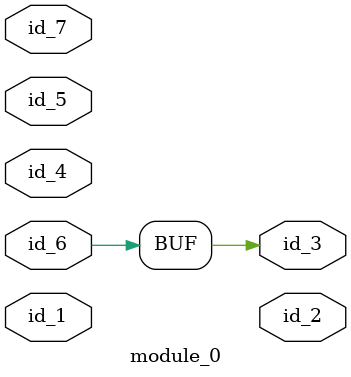
<source format=v>
module module_0 (
    id_1,
    id_2,
    id_3,
    id_4,
    id_5,
    id_6,
    id_7
);
  input id_7;
  inout id_6;
  input id_5;
  inout id_4;
  output id_3;
  output id_2;
  input id_1;
  assign id_3 = id_6;
endmodule

</source>
